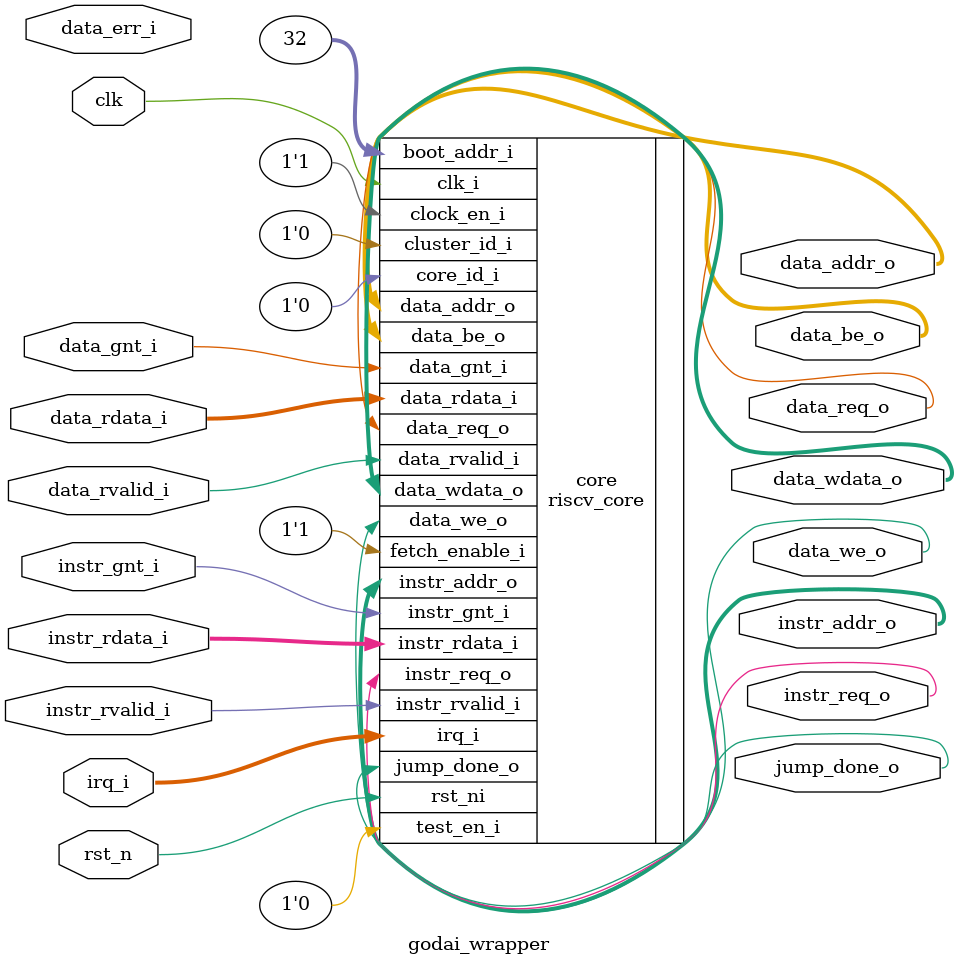
<source format=v>
`timescale 1ns / 1ps

module godai_wrapper 
#(
	parameter INSTR_ADDR_WIDTH = 32, 
	parameter INSTR_DATA_WIDTH = 32,
	parameter DATA_ADDR_WIDTH = 32,
	parameter DATA_DATA_WIDTH = 32
)
(
    // Generic Signals
    input clk,
    input rst_n,
    
    // Instruction Memory Interface
    output                   instr_req_o,
    input                    instr_gnt_i,
    input                    instr_rvalid_i,
    output [INSTR_ADDR_WIDTH-1:0]  instr_addr_o,
    input  [INSTR_DATA_WIDTH-1:0]  instr_rdata_i,
    
    // Data Memory Interface
    output                      data_req_o,
    input                       data_gnt_i,
    input                       data_rvalid_i,
    output                      data_we_o,
    output [3:0] data_be_o,
    output [DATA_ADDR_WIDTH-1:0]     data_addr_o,
    output [DATA_DATA_WIDTH-1:0]     data_wdata_o,
    input  [DATA_DATA_WIDTH-1:0]     data_rdata_i,
    input                       data_err_i,
    
    // Interrupt 
    input [31:0] irq_i,
    
    // Tracing Signals
    output jump_done_o
);
    riscv_core 
    #(
        0, INSTR_DATA_WIDTH
    )
    core
    (
        .clk_i(clk),
        .rst_ni(rst_n),
        .clock_en_i(1'b1),
        .test_en_i(1'b0),
        .boot_addr_i(32'h20),
        .core_id_i(1'b0),
        .cluster_id_i(1'b0),
        .instr_req_o(instr_req_o),
        .instr_gnt_i(instr_gnt_i),
        .instr_rvalid_i(instr_rvalid_i),
        .instr_addr_o(instr_addr_o),
        .instr_rdata_i(instr_rdata_i),
        .data_req_o(data_req_o),
        .data_gnt_i(data_gnt_i),
        .data_rvalid_i(data_rvalid_i),
        .data_we_o(data_we_o),
        .data_be_o(data_be_o),
        .data_addr_o(data_addr_o),
        .data_wdata_o(data_wdata_o),
        .data_rdata_i(data_rdata_i),
        .irq_i(irq_i),
        .fetch_enable_i(1'b1),
        .jump_done_o(jump_done_o)
    );

endmodule

</source>
